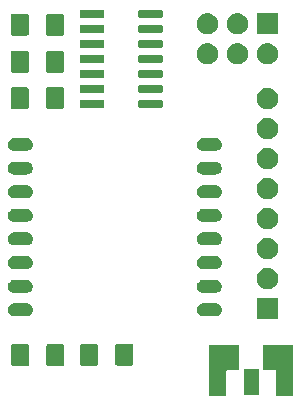
<source format=gbr>
G04 #@! TF.GenerationSoftware,KiCad,Pcbnew,5.1.6*
G04 #@! TF.CreationDate,2020-09-10T16:33:30+02:00*
G04 #@! TF.ProjectId,LORA_ATTINY84,4c4f5241-5f41-4545-9449-4e5938342e6b,rev?*
G04 #@! TF.SameCoordinates,Original*
G04 #@! TF.FileFunction,Soldermask,Top*
G04 #@! TF.FilePolarity,Negative*
%FSLAX46Y46*%
G04 Gerber Fmt 4.6, Leading zero omitted, Abs format (unit mm)*
G04 Created by KiCad (PCBNEW 5.1.6) date 2020-09-10 16:33:30*
%MOMM*%
%LPD*%
G01*
G04 APERTURE LIST*
%ADD10C,0.100000*%
G04 APERTURE END LIST*
D10*
G36*
X91596599Y-75243337D02*
G01*
X91606208Y-75246252D01*
X91615072Y-75250990D01*
X91622837Y-75257363D01*
X91629210Y-75265128D01*
X91633948Y-75273992D01*
X91636863Y-75283601D01*
X91638452Y-75299740D01*
X91638452Y-79487460D01*
X91636863Y-79503599D01*
X91633948Y-79513208D01*
X91629210Y-79522072D01*
X91622837Y-79529837D01*
X91615072Y-79536210D01*
X91606208Y-79540948D01*
X91596599Y-79543863D01*
X91580460Y-79545452D01*
X90242740Y-79545452D01*
X90226601Y-79543863D01*
X90216992Y-79540948D01*
X90208128Y-79536210D01*
X90200363Y-79529837D01*
X90193990Y-79522072D01*
X90189252Y-79513208D01*
X90186337Y-79503599D01*
X90184748Y-79487460D01*
X90184748Y-77470451D01*
X90182346Y-77446065D01*
X90175233Y-77422616D01*
X90163682Y-77401005D01*
X90148137Y-77382063D01*
X90129195Y-77366518D01*
X90107584Y-77354967D01*
X90084135Y-77347854D01*
X90059749Y-77345452D01*
X89142740Y-77345452D01*
X89126601Y-77343863D01*
X89116992Y-77340948D01*
X89108128Y-77336210D01*
X89100363Y-77329837D01*
X89093990Y-77322072D01*
X89089252Y-77313208D01*
X89086337Y-77303599D01*
X89084748Y-77287460D01*
X89084748Y-75299740D01*
X89086337Y-75283601D01*
X89089252Y-75273992D01*
X89093990Y-75265128D01*
X89100363Y-75257363D01*
X89108128Y-75250990D01*
X89116992Y-75246252D01*
X89126601Y-75243337D01*
X89142740Y-75241748D01*
X91580460Y-75241748D01*
X91596599Y-75243337D01*
G37*
G36*
X87044919Y-75243337D02*
G01*
X87054528Y-75246252D01*
X87063392Y-75250990D01*
X87071157Y-75257363D01*
X87077530Y-75265128D01*
X87082268Y-75273992D01*
X87085183Y-75283601D01*
X87086772Y-75299740D01*
X87086772Y-77287460D01*
X87085183Y-77303599D01*
X87082268Y-77313208D01*
X87077530Y-77322072D01*
X87071157Y-77329837D01*
X87063392Y-77336210D01*
X87054528Y-77340948D01*
X87044919Y-77343863D01*
X87028780Y-77345452D01*
X86111771Y-77345452D01*
X86087385Y-77347854D01*
X86063936Y-77354967D01*
X86042325Y-77366518D01*
X86023383Y-77382063D01*
X86007838Y-77401005D01*
X85996287Y-77422616D01*
X85989174Y-77446065D01*
X85986772Y-77470451D01*
X85986772Y-79487460D01*
X85985183Y-79503599D01*
X85982268Y-79513208D01*
X85977530Y-79522072D01*
X85971157Y-79529837D01*
X85963392Y-79536210D01*
X85954528Y-79540948D01*
X85944919Y-79543863D01*
X85928780Y-79545452D01*
X84591060Y-79545452D01*
X84574921Y-79543863D01*
X84565312Y-79540948D01*
X84556448Y-79536210D01*
X84548683Y-79529837D01*
X84542310Y-79522072D01*
X84537572Y-79513208D01*
X84534657Y-79503599D01*
X84533068Y-79487460D01*
X84533068Y-75299740D01*
X84534657Y-75283601D01*
X84537572Y-75273992D01*
X84542310Y-75265128D01*
X84548683Y-75257363D01*
X84556448Y-75250990D01*
X84565312Y-75246252D01*
X84574921Y-75243337D01*
X84591060Y-75241748D01*
X87028780Y-75241748D01*
X87044919Y-75243337D01*
G37*
G36*
X88738200Y-79485400D02*
G01*
X87436200Y-79485400D01*
X87436200Y-77283400D01*
X88738200Y-77283400D01*
X88738200Y-79485400D01*
G37*
G36*
X69142262Y-75176581D02*
G01*
X69177181Y-75187174D01*
X69209363Y-75204376D01*
X69237573Y-75227527D01*
X69260724Y-75255737D01*
X69277926Y-75287919D01*
X69288519Y-75322838D01*
X69292700Y-75365295D01*
X69292700Y-76831505D01*
X69288519Y-76873962D01*
X69277926Y-76908881D01*
X69260724Y-76941063D01*
X69237573Y-76969273D01*
X69209363Y-76992424D01*
X69177181Y-77009626D01*
X69142262Y-77020219D01*
X69099805Y-77024400D01*
X67958595Y-77024400D01*
X67916138Y-77020219D01*
X67881219Y-77009626D01*
X67849037Y-76992424D01*
X67820827Y-76969273D01*
X67797676Y-76941063D01*
X67780474Y-76908881D01*
X67769881Y-76873962D01*
X67765700Y-76831505D01*
X67765700Y-75365295D01*
X67769881Y-75322838D01*
X67780474Y-75287919D01*
X67797676Y-75255737D01*
X67820827Y-75227527D01*
X67849037Y-75204376D01*
X67881219Y-75187174D01*
X67916138Y-75176581D01*
X67958595Y-75172400D01*
X69099805Y-75172400D01*
X69142262Y-75176581D01*
G37*
G36*
X72117262Y-75176581D02*
G01*
X72152181Y-75187174D01*
X72184363Y-75204376D01*
X72212573Y-75227527D01*
X72235724Y-75255737D01*
X72252926Y-75287919D01*
X72263519Y-75322838D01*
X72267700Y-75365295D01*
X72267700Y-76831505D01*
X72263519Y-76873962D01*
X72252926Y-76908881D01*
X72235724Y-76941063D01*
X72212573Y-76969273D01*
X72184363Y-76992424D01*
X72152181Y-77009626D01*
X72117262Y-77020219D01*
X72074805Y-77024400D01*
X70933595Y-77024400D01*
X70891138Y-77020219D01*
X70856219Y-77009626D01*
X70824037Y-76992424D01*
X70795827Y-76969273D01*
X70772676Y-76941063D01*
X70755474Y-76908881D01*
X70744881Y-76873962D01*
X70740700Y-76831505D01*
X70740700Y-75365295D01*
X70744881Y-75322838D01*
X70755474Y-75287919D01*
X70772676Y-75255737D01*
X70795827Y-75227527D01*
X70824037Y-75204376D01*
X70856219Y-75187174D01*
X70891138Y-75176581D01*
X70933595Y-75172400D01*
X72074805Y-75172400D01*
X72117262Y-75176581D01*
G37*
G36*
X74969962Y-75151181D02*
G01*
X75004881Y-75161774D01*
X75037063Y-75178976D01*
X75065273Y-75202127D01*
X75088424Y-75230337D01*
X75105626Y-75262519D01*
X75116219Y-75297438D01*
X75120400Y-75339895D01*
X75120400Y-76806105D01*
X75116219Y-76848562D01*
X75105626Y-76883481D01*
X75088424Y-76915663D01*
X75065273Y-76943873D01*
X75037063Y-76967024D01*
X75004881Y-76984226D01*
X74969962Y-76994819D01*
X74927505Y-76999000D01*
X73786295Y-76999000D01*
X73743838Y-76994819D01*
X73708919Y-76984226D01*
X73676737Y-76967024D01*
X73648527Y-76943873D01*
X73625376Y-76915663D01*
X73608174Y-76883481D01*
X73597581Y-76848562D01*
X73593400Y-76806105D01*
X73593400Y-75339895D01*
X73597581Y-75297438D01*
X73608174Y-75262519D01*
X73625376Y-75230337D01*
X73648527Y-75202127D01*
X73676737Y-75178976D01*
X73708919Y-75161774D01*
X73743838Y-75151181D01*
X73786295Y-75147000D01*
X74927505Y-75147000D01*
X74969962Y-75151181D01*
G37*
G36*
X77944962Y-75151181D02*
G01*
X77979881Y-75161774D01*
X78012063Y-75178976D01*
X78040273Y-75202127D01*
X78063424Y-75230337D01*
X78080626Y-75262519D01*
X78091219Y-75297438D01*
X78095400Y-75339895D01*
X78095400Y-76806105D01*
X78091219Y-76848562D01*
X78080626Y-76883481D01*
X78063424Y-76915663D01*
X78040273Y-76943873D01*
X78012063Y-76967024D01*
X77979881Y-76984226D01*
X77944962Y-76994819D01*
X77902505Y-76999000D01*
X76761295Y-76999000D01*
X76718838Y-76994819D01*
X76683919Y-76984226D01*
X76651737Y-76967024D01*
X76623527Y-76943873D01*
X76600376Y-76915663D01*
X76583174Y-76883481D01*
X76572581Y-76848562D01*
X76568400Y-76806105D01*
X76568400Y-75339895D01*
X76572581Y-75297438D01*
X76583174Y-75262519D01*
X76600376Y-75230337D01*
X76623527Y-75202127D01*
X76651737Y-75178976D01*
X76683919Y-75161774D01*
X76718838Y-75151181D01*
X76761295Y-75147000D01*
X77902505Y-75147000D01*
X77944962Y-75151181D01*
G37*
G36*
X90359800Y-73062400D02*
G01*
X88557800Y-73062400D01*
X88557800Y-71260400D01*
X90359800Y-71260400D01*
X90359800Y-73062400D01*
G37*
G36*
X69137215Y-71724573D02*
G01*
X69241079Y-71756079D01*
X69268255Y-71770605D01*
X69336800Y-71807243D01*
X69420701Y-71876099D01*
X69489557Y-71960000D01*
X69526195Y-72028545D01*
X69540721Y-72055721D01*
X69572227Y-72159585D01*
X69582866Y-72267600D01*
X69572227Y-72375615D01*
X69540721Y-72479479D01*
X69540719Y-72479482D01*
X69489557Y-72575200D01*
X69420701Y-72659101D01*
X69336800Y-72727957D01*
X69268255Y-72764595D01*
X69241079Y-72779121D01*
X69137215Y-72810627D01*
X69056267Y-72818600D01*
X68002133Y-72818600D01*
X67921185Y-72810627D01*
X67817321Y-72779121D01*
X67790145Y-72764595D01*
X67721600Y-72727957D01*
X67637699Y-72659101D01*
X67568843Y-72575200D01*
X67517681Y-72479482D01*
X67517679Y-72479479D01*
X67486173Y-72375615D01*
X67475534Y-72267600D01*
X67486173Y-72159585D01*
X67517679Y-72055721D01*
X67532205Y-72028545D01*
X67568843Y-71960000D01*
X67637699Y-71876099D01*
X67721600Y-71807243D01*
X67790145Y-71770605D01*
X67817321Y-71756079D01*
X67921185Y-71724573D01*
X68002133Y-71716600D01*
X69056267Y-71716600D01*
X69137215Y-71724573D01*
G37*
G36*
X85137215Y-71724573D02*
G01*
X85241079Y-71756079D01*
X85268255Y-71770605D01*
X85336800Y-71807243D01*
X85420701Y-71876099D01*
X85489557Y-71960000D01*
X85526195Y-72028545D01*
X85540721Y-72055721D01*
X85572227Y-72159585D01*
X85582866Y-72267600D01*
X85572227Y-72375615D01*
X85540721Y-72479479D01*
X85540719Y-72479482D01*
X85489557Y-72575200D01*
X85420701Y-72659101D01*
X85336800Y-72727957D01*
X85268255Y-72764595D01*
X85241079Y-72779121D01*
X85137215Y-72810627D01*
X85056267Y-72818600D01*
X84002133Y-72818600D01*
X83921185Y-72810627D01*
X83817321Y-72779121D01*
X83790145Y-72764595D01*
X83721600Y-72727957D01*
X83637699Y-72659101D01*
X83568843Y-72575200D01*
X83517681Y-72479482D01*
X83517679Y-72479479D01*
X83486173Y-72375615D01*
X83475534Y-72267600D01*
X83486173Y-72159585D01*
X83517679Y-72055721D01*
X83532205Y-72028545D01*
X83568843Y-71960000D01*
X83637699Y-71876099D01*
X83721600Y-71807243D01*
X83790145Y-71770605D01*
X83817321Y-71756079D01*
X83921185Y-71724573D01*
X84002133Y-71716600D01*
X85056267Y-71716600D01*
X85137215Y-71724573D01*
G37*
G36*
X69137215Y-69724573D02*
G01*
X69241079Y-69756079D01*
X69268255Y-69770605D01*
X69336800Y-69807243D01*
X69420701Y-69876099D01*
X69489557Y-69960000D01*
X69526195Y-70028545D01*
X69540721Y-70055721D01*
X69572227Y-70159585D01*
X69582866Y-70267600D01*
X69572227Y-70375615D01*
X69540721Y-70479479D01*
X69536286Y-70487776D01*
X69489557Y-70575200D01*
X69420701Y-70659101D01*
X69336800Y-70727957D01*
X69268255Y-70764595D01*
X69241079Y-70779121D01*
X69137215Y-70810627D01*
X69056267Y-70818600D01*
X68002133Y-70818600D01*
X67921185Y-70810627D01*
X67817321Y-70779121D01*
X67790145Y-70764595D01*
X67721600Y-70727957D01*
X67637699Y-70659101D01*
X67568843Y-70575200D01*
X67522114Y-70487776D01*
X67517679Y-70479479D01*
X67486173Y-70375615D01*
X67475534Y-70267600D01*
X67486173Y-70159585D01*
X67517679Y-70055721D01*
X67532205Y-70028545D01*
X67568843Y-69960000D01*
X67637699Y-69876099D01*
X67721600Y-69807243D01*
X67790145Y-69770605D01*
X67817321Y-69756079D01*
X67921185Y-69724573D01*
X68002133Y-69716600D01*
X69056267Y-69716600D01*
X69137215Y-69724573D01*
G37*
G36*
X85137215Y-69724573D02*
G01*
X85241079Y-69756079D01*
X85268255Y-69770605D01*
X85336800Y-69807243D01*
X85420701Y-69876099D01*
X85489557Y-69960000D01*
X85526195Y-70028545D01*
X85540721Y-70055721D01*
X85572227Y-70159585D01*
X85582866Y-70267600D01*
X85572227Y-70375615D01*
X85540721Y-70479479D01*
X85536286Y-70487776D01*
X85489557Y-70575200D01*
X85420701Y-70659101D01*
X85336800Y-70727957D01*
X85268255Y-70764595D01*
X85241079Y-70779121D01*
X85137215Y-70810627D01*
X85056267Y-70818600D01*
X84002133Y-70818600D01*
X83921185Y-70810627D01*
X83817321Y-70779121D01*
X83790145Y-70764595D01*
X83721600Y-70727957D01*
X83637699Y-70659101D01*
X83568843Y-70575200D01*
X83522114Y-70487776D01*
X83517679Y-70479479D01*
X83486173Y-70375615D01*
X83475534Y-70267600D01*
X83486173Y-70159585D01*
X83517679Y-70055721D01*
X83532205Y-70028545D01*
X83568843Y-69960000D01*
X83637699Y-69876099D01*
X83721600Y-69807243D01*
X83790145Y-69770605D01*
X83817321Y-69756079D01*
X83921185Y-69724573D01*
X84002133Y-69716600D01*
X85056267Y-69716600D01*
X85137215Y-69724573D01*
G37*
G36*
X89572312Y-68725327D02*
G01*
X89721612Y-68755024D01*
X89885584Y-68822944D01*
X90033154Y-68921547D01*
X90158653Y-69047046D01*
X90257256Y-69194616D01*
X90325176Y-69358588D01*
X90359800Y-69532659D01*
X90359800Y-69710141D01*
X90325176Y-69884212D01*
X90257256Y-70048184D01*
X90158653Y-70195754D01*
X90033154Y-70321253D01*
X89885584Y-70419856D01*
X89721612Y-70487776D01*
X89572312Y-70517473D01*
X89547542Y-70522400D01*
X89370058Y-70522400D01*
X89345288Y-70517473D01*
X89195988Y-70487776D01*
X89032016Y-70419856D01*
X88884446Y-70321253D01*
X88758947Y-70195754D01*
X88660344Y-70048184D01*
X88592424Y-69884212D01*
X88557800Y-69710141D01*
X88557800Y-69532659D01*
X88592424Y-69358588D01*
X88660344Y-69194616D01*
X88758947Y-69047046D01*
X88884446Y-68921547D01*
X89032016Y-68822944D01*
X89195988Y-68755024D01*
X89345288Y-68725327D01*
X89370058Y-68720400D01*
X89547542Y-68720400D01*
X89572312Y-68725327D01*
G37*
G36*
X69137215Y-67724573D02*
G01*
X69241079Y-67756079D01*
X69268255Y-67770605D01*
X69336800Y-67807243D01*
X69420701Y-67876099D01*
X69489557Y-67960000D01*
X69526195Y-68028545D01*
X69540721Y-68055721D01*
X69572227Y-68159585D01*
X69582866Y-68267600D01*
X69572227Y-68375615D01*
X69540721Y-68479479D01*
X69540719Y-68479482D01*
X69489557Y-68575200D01*
X69420701Y-68659101D01*
X69336800Y-68727957D01*
X69286159Y-68755025D01*
X69241079Y-68779121D01*
X69137215Y-68810627D01*
X69056267Y-68818600D01*
X68002133Y-68818600D01*
X67921185Y-68810627D01*
X67817321Y-68779121D01*
X67772241Y-68755025D01*
X67721600Y-68727957D01*
X67637699Y-68659101D01*
X67568843Y-68575200D01*
X67517681Y-68479482D01*
X67517679Y-68479479D01*
X67486173Y-68375615D01*
X67475534Y-68267600D01*
X67486173Y-68159585D01*
X67517679Y-68055721D01*
X67532205Y-68028545D01*
X67568843Y-67960000D01*
X67637699Y-67876099D01*
X67721600Y-67807243D01*
X67790145Y-67770605D01*
X67817321Y-67756079D01*
X67921185Y-67724573D01*
X68002133Y-67716600D01*
X69056267Y-67716600D01*
X69137215Y-67724573D01*
G37*
G36*
X85137215Y-67724573D02*
G01*
X85241079Y-67756079D01*
X85268255Y-67770605D01*
X85336800Y-67807243D01*
X85420701Y-67876099D01*
X85489557Y-67960000D01*
X85526195Y-68028545D01*
X85540721Y-68055721D01*
X85572227Y-68159585D01*
X85582866Y-68267600D01*
X85572227Y-68375615D01*
X85540721Y-68479479D01*
X85540719Y-68479482D01*
X85489557Y-68575200D01*
X85420701Y-68659101D01*
X85336800Y-68727957D01*
X85286159Y-68755025D01*
X85241079Y-68779121D01*
X85137215Y-68810627D01*
X85056267Y-68818600D01*
X84002133Y-68818600D01*
X83921185Y-68810627D01*
X83817321Y-68779121D01*
X83772241Y-68755025D01*
X83721600Y-68727957D01*
X83637699Y-68659101D01*
X83568843Y-68575200D01*
X83517681Y-68479482D01*
X83517679Y-68479479D01*
X83486173Y-68375615D01*
X83475534Y-68267600D01*
X83486173Y-68159585D01*
X83517679Y-68055721D01*
X83532205Y-68028545D01*
X83568843Y-67960000D01*
X83637699Y-67876099D01*
X83721600Y-67807243D01*
X83790145Y-67770605D01*
X83817321Y-67756079D01*
X83921185Y-67724573D01*
X84002133Y-67716600D01*
X85056267Y-67716600D01*
X85137215Y-67724573D01*
G37*
G36*
X89572312Y-66185327D02*
G01*
X89721612Y-66215024D01*
X89885584Y-66282944D01*
X90033154Y-66381547D01*
X90158653Y-66507046D01*
X90257256Y-66654616D01*
X90325176Y-66818588D01*
X90359800Y-66992659D01*
X90359800Y-67170141D01*
X90325176Y-67344212D01*
X90257256Y-67508184D01*
X90158653Y-67655754D01*
X90033154Y-67781253D01*
X89885584Y-67879856D01*
X89721612Y-67947776D01*
X89572312Y-67977473D01*
X89547542Y-67982400D01*
X89370058Y-67982400D01*
X89345288Y-67977473D01*
X89195988Y-67947776D01*
X89032016Y-67879856D01*
X88884446Y-67781253D01*
X88758947Y-67655754D01*
X88660344Y-67508184D01*
X88592424Y-67344212D01*
X88557800Y-67170141D01*
X88557800Y-66992659D01*
X88592424Y-66818588D01*
X88660344Y-66654616D01*
X88758947Y-66507046D01*
X88884446Y-66381547D01*
X89032016Y-66282944D01*
X89195988Y-66215024D01*
X89345288Y-66185327D01*
X89370058Y-66180400D01*
X89547542Y-66180400D01*
X89572312Y-66185327D01*
G37*
G36*
X85137215Y-65724573D02*
G01*
X85241079Y-65756079D01*
X85268255Y-65770605D01*
X85336800Y-65807243D01*
X85420701Y-65876099D01*
X85489557Y-65960000D01*
X85526195Y-66028545D01*
X85540721Y-66055721D01*
X85572227Y-66159585D01*
X85582866Y-66267600D01*
X85572227Y-66375615D01*
X85540721Y-66479479D01*
X85540719Y-66479482D01*
X85489557Y-66575200D01*
X85420701Y-66659101D01*
X85336800Y-66727957D01*
X85268255Y-66764595D01*
X85241079Y-66779121D01*
X85137215Y-66810627D01*
X85056267Y-66818600D01*
X84002133Y-66818600D01*
X83921185Y-66810627D01*
X83817321Y-66779121D01*
X83790145Y-66764595D01*
X83721600Y-66727957D01*
X83637699Y-66659101D01*
X83568843Y-66575200D01*
X83517681Y-66479482D01*
X83517679Y-66479479D01*
X83486173Y-66375615D01*
X83475534Y-66267600D01*
X83486173Y-66159585D01*
X83517679Y-66055721D01*
X83532205Y-66028545D01*
X83568843Y-65960000D01*
X83637699Y-65876099D01*
X83721600Y-65807243D01*
X83790145Y-65770605D01*
X83817321Y-65756079D01*
X83921185Y-65724573D01*
X84002133Y-65716600D01*
X85056267Y-65716600D01*
X85137215Y-65724573D01*
G37*
G36*
X69137215Y-65724573D02*
G01*
X69241079Y-65756079D01*
X69268255Y-65770605D01*
X69336800Y-65807243D01*
X69420701Y-65876099D01*
X69489557Y-65960000D01*
X69526195Y-66028545D01*
X69540721Y-66055721D01*
X69572227Y-66159585D01*
X69582866Y-66267600D01*
X69572227Y-66375615D01*
X69540721Y-66479479D01*
X69540719Y-66479482D01*
X69489557Y-66575200D01*
X69420701Y-66659101D01*
X69336800Y-66727957D01*
X69268255Y-66764595D01*
X69241079Y-66779121D01*
X69137215Y-66810627D01*
X69056267Y-66818600D01*
X68002133Y-66818600D01*
X67921185Y-66810627D01*
X67817321Y-66779121D01*
X67790145Y-66764595D01*
X67721600Y-66727957D01*
X67637699Y-66659101D01*
X67568843Y-66575200D01*
X67517681Y-66479482D01*
X67517679Y-66479479D01*
X67486173Y-66375615D01*
X67475534Y-66267600D01*
X67486173Y-66159585D01*
X67517679Y-66055721D01*
X67532205Y-66028545D01*
X67568843Y-65960000D01*
X67637699Y-65876099D01*
X67721600Y-65807243D01*
X67790145Y-65770605D01*
X67817321Y-65756079D01*
X67921185Y-65724573D01*
X68002133Y-65716600D01*
X69056267Y-65716600D01*
X69137215Y-65724573D01*
G37*
G36*
X89572312Y-63645327D02*
G01*
X89721612Y-63675024D01*
X89885584Y-63742944D01*
X90033154Y-63841547D01*
X90158653Y-63967046D01*
X90257256Y-64114616D01*
X90325176Y-64278588D01*
X90359800Y-64452659D01*
X90359800Y-64630141D01*
X90325176Y-64804212D01*
X90257256Y-64968184D01*
X90158653Y-65115754D01*
X90033154Y-65241253D01*
X89885584Y-65339856D01*
X89721612Y-65407776D01*
X89572312Y-65437473D01*
X89547542Y-65442400D01*
X89370058Y-65442400D01*
X89345288Y-65437473D01*
X89195988Y-65407776D01*
X89032016Y-65339856D01*
X88884446Y-65241253D01*
X88758947Y-65115754D01*
X88660344Y-64968184D01*
X88592424Y-64804212D01*
X88557800Y-64630141D01*
X88557800Y-64452659D01*
X88592424Y-64278588D01*
X88660344Y-64114616D01*
X88758947Y-63967046D01*
X88884446Y-63841547D01*
X89032016Y-63742944D01*
X89195988Y-63675024D01*
X89345288Y-63645327D01*
X89370058Y-63640400D01*
X89547542Y-63640400D01*
X89572312Y-63645327D01*
G37*
G36*
X69137215Y-63724573D02*
G01*
X69241079Y-63756079D01*
X69268255Y-63770605D01*
X69336800Y-63807243D01*
X69420701Y-63876099D01*
X69489557Y-63960000D01*
X69526195Y-64028545D01*
X69540721Y-64055721D01*
X69572227Y-64159585D01*
X69582866Y-64267600D01*
X69572227Y-64375615D01*
X69540721Y-64479479D01*
X69540719Y-64479482D01*
X69489557Y-64575200D01*
X69420701Y-64659101D01*
X69336800Y-64727957D01*
X69268255Y-64764595D01*
X69241079Y-64779121D01*
X69137215Y-64810627D01*
X69056267Y-64818600D01*
X68002133Y-64818600D01*
X67921185Y-64810627D01*
X67817321Y-64779121D01*
X67790145Y-64764595D01*
X67721600Y-64727957D01*
X67637699Y-64659101D01*
X67568843Y-64575200D01*
X67517681Y-64479482D01*
X67517679Y-64479479D01*
X67486173Y-64375615D01*
X67475534Y-64267600D01*
X67486173Y-64159585D01*
X67517679Y-64055721D01*
X67532205Y-64028545D01*
X67568843Y-63960000D01*
X67637699Y-63876099D01*
X67721600Y-63807243D01*
X67790145Y-63770605D01*
X67817321Y-63756079D01*
X67921185Y-63724573D01*
X68002133Y-63716600D01*
X69056267Y-63716600D01*
X69137215Y-63724573D01*
G37*
G36*
X85137215Y-63724573D02*
G01*
X85241079Y-63756079D01*
X85268255Y-63770605D01*
X85336800Y-63807243D01*
X85420701Y-63876099D01*
X85489557Y-63960000D01*
X85526195Y-64028545D01*
X85540721Y-64055721D01*
X85572227Y-64159585D01*
X85582866Y-64267600D01*
X85572227Y-64375615D01*
X85540721Y-64479479D01*
X85540719Y-64479482D01*
X85489557Y-64575200D01*
X85420701Y-64659101D01*
X85336800Y-64727957D01*
X85268255Y-64764595D01*
X85241079Y-64779121D01*
X85137215Y-64810627D01*
X85056267Y-64818600D01*
X84002133Y-64818600D01*
X83921185Y-64810627D01*
X83817321Y-64779121D01*
X83790145Y-64764595D01*
X83721600Y-64727957D01*
X83637699Y-64659101D01*
X83568843Y-64575200D01*
X83517681Y-64479482D01*
X83517679Y-64479479D01*
X83486173Y-64375615D01*
X83475534Y-64267600D01*
X83486173Y-64159585D01*
X83517679Y-64055721D01*
X83532205Y-64028545D01*
X83568843Y-63960000D01*
X83637699Y-63876099D01*
X83721600Y-63807243D01*
X83790145Y-63770605D01*
X83817321Y-63756079D01*
X83921185Y-63724573D01*
X84002133Y-63716600D01*
X85056267Y-63716600D01*
X85137215Y-63724573D01*
G37*
G36*
X89572312Y-61105327D02*
G01*
X89721612Y-61135024D01*
X89885584Y-61202944D01*
X90033154Y-61301547D01*
X90158653Y-61427046D01*
X90257256Y-61574616D01*
X90325176Y-61738588D01*
X90359800Y-61912659D01*
X90359800Y-62090141D01*
X90325176Y-62264212D01*
X90257256Y-62428184D01*
X90158653Y-62575754D01*
X90033154Y-62701253D01*
X89885584Y-62799856D01*
X89721612Y-62867776D01*
X89572312Y-62897473D01*
X89547542Y-62902400D01*
X89370058Y-62902400D01*
X89345288Y-62897473D01*
X89195988Y-62867776D01*
X89032016Y-62799856D01*
X88884446Y-62701253D01*
X88758947Y-62575754D01*
X88660344Y-62428184D01*
X88592424Y-62264212D01*
X88557800Y-62090141D01*
X88557800Y-61912659D01*
X88592424Y-61738588D01*
X88660344Y-61574616D01*
X88758947Y-61427046D01*
X88884446Y-61301547D01*
X89032016Y-61202944D01*
X89195988Y-61135024D01*
X89345288Y-61105327D01*
X89370058Y-61100400D01*
X89547542Y-61100400D01*
X89572312Y-61105327D01*
G37*
G36*
X69137215Y-61724573D02*
G01*
X69241079Y-61756079D01*
X69268255Y-61770605D01*
X69336800Y-61807243D01*
X69420701Y-61876099D01*
X69489557Y-61960000D01*
X69526195Y-62028545D01*
X69540721Y-62055721D01*
X69572227Y-62159585D01*
X69582866Y-62267600D01*
X69572227Y-62375615D01*
X69540721Y-62479479D01*
X69540719Y-62479482D01*
X69489557Y-62575200D01*
X69420701Y-62659101D01*
X69336800Y-62727957D01*
X69268255Y-62764595D01*
X69241079Y-62779121D01*
X69137215Y-62810627D01*
X69056267Y-62818600D01*
X68002133Y-62818600D01*
X67921185Y-62810627D01*
X67817321Y-62779121D01*
X67790145Y-62764595D01*
X67721600Y-62727957D01*
X67637699Y-62659101D01*
X67568843Y-62575200D01*
X67517681Y-62479482D01*
X67517679Y-62479479D01*
X67486173Y-62375615D01*
X67475534Y-62267600D01*
X67486173Y-62159585D01*
X67517679Y-62055721D01*
X67532205Y-62028545D01*
X67568843Y-61960000D01*
X67637699Y-61876099D01*
X67721600Y-61807243D01*
X67790145Y-61770605D01*
X67817321Y-61756079D01*
X67921185Y-61724573D01*
X68002133Y-61716600D01*
X69056267Y-61716600D01*
X69137215Y-61724573D01*
G37*
G36*
X85137215Y-61724573D02*
G01*
X85241079Y-61756079D01*
X85268255Y-61770605D01*
X85336800Y-61807243D01*
X85420701Y-61876099D01*
X85489557Y-61960000D01*
X85526195Y-62028545D01*
X85540721Y-62055721D01*
X85572227Y-62159585D01*
X85582866Y-62267600D01*
X85572227Y-62375615D01*
X85540721Y-62479479D01*
X85540719Y-62479482D01*
X85489557Y-62575200D01*
X85420701Y-62659101D01*
X85336800Y-62727957D01*
X85268255Y-62764595D01*
X85241079Y-62779121D01*
X85137215Y-62810627D01*
X85056267Y-62818600D01*
X84002133Y-62818600D01*
X83921185Y-62810627D01*
X83817321Y-62779121D01*
X83790145Y-62764595D01*
X83721600Y-62727957D01*
X83637699Y-62659101D01*
X83568843Y-62575200D01*
X83517681Y-62479482D01*
X83517679Y-62479479D01*
X83486173Y-62375615D01*
X83475534Y-62267600D01*
X83486173Y-62159585D01*
X83517679Y-62055721D01*
X83532205Y-62028545D01*
X83568843Y-61960000D01*
X83637699Y-61876099D01*
X83721600Y-61807243D01*
X83790145Y-61770605D01*
X83817321Y-61756079D01*
X83921185Y-61724573D01*
X84002133Y-61716600D01*
X85056267Y-61716600D01*
X85137215Y-61724573D01*
G37*
G36*
X85137215Y-59724573D02*
G01*
X85241079Y-59756079D01*
X85268255Y-59770605D01*
X85336800Y-59807243D01*
X85420701Y-59876099D01*
X85489557Y-59960000D01*
X85526195Y-60028545D01*
X85540721Y-60055721D01*
X85572227Y-60159585D01*
X85582866Y-60267600D01*
X85572227Y-60375615D01*
X85540721Y-60479479D01*
X85540719Y-60479482D01*
X85489557Y-60575200D01*
X85420701Y-60659101D01*
X85336800Y-60727957D01*
X85268255Y-60764595D01*
X85241079Y-60779121D01*
X85137215Y-60810627D01*
X85056267Y-60818600D01*
X84002133Y-60818600D01*
X83921185Y-60810627D01*
X83817321Y-60779121D01*
X83790145Y-60764595D01*
X83721600Y-60727957D01*
X83637699Y-60659101D01*
X83568843Y-60575200D01*
X83517681Y-60479482D01*
X83517679Y-60479479D01*
X83486173Y-60375615D01*
X83475534Y-60267600D01*
X83486173Y-60159585D01*
X83517679Y-60055721D01*
X83532205Y-60028545D01*
X83568843Y-59960000D01*
X83637699Y-59876099D01*
X83721600Y-59807243D01*
X83790145Y-59770605D01*
X83817321Y-59756079D01*
X83921185Y-59724573D01*
X84002133Y-59716600D01*
X85056267Y-59716600D01*
X85137215Y-59724573D01*
G37*
G36*
X69137215Y-59724573D02*
G01*
X69241079Y-59756079D01*
X69268255Y-59770605D01*
X69336800Y-59807243D01*
X69420701Y-59876099D01*
X69489557Y-59960000D01*
X69526195Y-60028545D01*
X69540721Y-60055721D01*
X69572227Y-60159585D01*
X69582866Y-60267600D01*
X69572227Y-60375615D01*
X69540721Y-60479479D01*
X69540719Y-60479482D01*
X69489557Y-60575200D01*
X69420701Y-60659101D01*
X69336800Y-60727957D01*
X69268255Y-60764595D01*
X69241079Y-60779121D01*
X69137215Y-60810627D01*
X69056267Y-60818600D01*
X68002133Y-60818600D01*
X67921185Y-60810627D01*
X67817321Y-60779121D01*
X67790145Y-60764595D01*
X67721600Y-60727957D01*
X67637699Y-60659101D01*
X67568843Y-60575200D01*
X67517681Y-60479482D01*
X67517679Y-60479479D01*
X67486173Y-60375615D01*
X67475534Y-60267600D01*
X67486173Y-60159585D01*
X67517679Y-60055721D01*
X67532205Y-60028545D01*
X67568843Y-59960000D01*
X67637699Y-59876099D01*
X67721600Y-59807243D01*
X67790145Y-59770605D01*
X67817321Y-59756079D01*
X67921185Y-59724573D01*
X68002133Y-59716600D01*
X69056267Y-59716600D01*
X69137215Y-59724573D01*
G37*
G36*
X89572312Y-58565327D02*
G01*
X89721612Y-58595024D01*
X89885584Y-58662944D01*
X90033154Y-58761547D01*
X90158653Y-58887046D01*
X90257256Y-59034616D01*
X90325176Y-59198588D01*
X90359800Y-59372659D01*
X90359800Y-59550141D01*
X90325176Y-59724212D01*
X90257256Y-59888184D01*
X90158653Y-60035754D01*
X90033154Y-60161253D01*
X89885584Y-60259856D01*
X89721612Y-60327776D01*
X89572312Y-60357473D01*
X89547542Y-60362400D01*
X89370058Y-60362400D01*
X89345288Y-60357473D01*
X89195988Y-60327776D01*
X89032016Y-60259856D01*
X88884446Y-60161253D01*
X88758947Y-60035754D01*
X88660344Y-59888184D01*
X88592424Y-59724212D01*
X88557800Y-59550141D01*
X88557800Y-59372659D01*
X88592424Y-59198588D01*
X88660344Y-59034616D01*
X88758947Y-58887046D01*
X88884446Y-58761547D01*
X89032016Y-58662944D01*
X89195988Y-58595024D01*
X89345288Y-58565327D01*
X89370058Y-58560400D01*
X89547542Y-58560400D01*
X89572312Y-58565327D01*
G37*
G36*
X69137215Y-57724573D02*
G01*
X69241079Y-57756079D01*
X69268255Y-57770605D01*
X69336800Y-57807243D01*
X69420701Y-57876099D01*
X69489557Y-57960000D01*
X69526195Y-58028545D01*
X69540721Y-58055721D01*
X69572227Y-58159585D01*
X69582866Y-58267600D01*
X69572227Y-58375615D01*
X69540721Y-58479479D01*
X69540719Y-58479482D01*
X69489557Y-58575200D01*
X69420701Y-58659101D01*
X69336800Y-58727957D01*
X69273957Y-58761547D01*
X69241079Y-58779121D01*
X69137215Y-58810627D01*
X69056267Y-58818600D01*
X68002133Y-58818600D01*
X67921185Y-58810627D01*
X67817321Y-58779121D01*
X67784443Y-58761547D01*
X67721600Y-58727957D01*
X67637699Y-58659101D01*
X67568843Y-58575200D01*
X67517681Y-58479482D01*
X67517679Y-58479479D01*
X67486173Y-58375615D01*
X67475534Y-58267600D01*
X67486173Y-58159585D01*
X67517679Y-58055721D01*
X67532205Y-58028545D01*
X67568843Y-57960000D01*
X67637699Y-57876099D01*
X67721600Y-57807243D01*
X67790145Y-57770605D01*
X67817321Y-57756079D01*
X67921185Y-57724573D01*
X68002133Y-57716600D01*
X69056267Y-57716600D01*
X69137215Y-57724573D01*
G37*
G36*
X85137215Y-57724573D02*
G01*
X85241079Y-57756079D01*
X85268255Y-57770605D01*
X85336800Y-57807243D01*
X85420701Y-57876099D01*
X85489557Y-57960000D01*
X85526195Y-58028545D01*
X85540721Y-58055721D01*
X85572227Y-58159585D01*
X85582866Y-58267600D01*
X85572227Y-58375615D01*
X85540721Y-58479479D01*
X85540719Y-58479482D01*
X85489557Y-58575200D01*
X85420701Y-58659101D01*
X85336800Y-58727957D01*
X85273957Y-58761547D01*
X85241079Y-58779121D01*
X85137215Y-58810627D01*
X85056267Y-58818600D01*
X84002133Y-58818600D01*
X83921185Y-58810627D01*
X83817321Y-58779121D01*
X83784443Y-58761547D01*
X83721600Y-58727957D01*
X83637699Y-58659101D01*
X83568843Y-58575200D01*
X83517681Y-58479482D01*
X83517679Y-58479479D01*
X83486173Y-58375615D01*
X83475534Y-58267600D01*
X83486173Y-58159585D01*
X83517679Y-58055721D01*
X83532205Y-58028545D01*
X83568843Y-57960000D01*
X83637699Y-57876099D01*
X83721600Y-57807243D01*
X83790145Y-57770605D01*
X83817321Y-57756079D01*
X83921185Y-57724573D01*
X84002133Y-57716600D01*
X85056267Y-57716600D01*
X85137215Y-57724573D01*
G37*
G36*
X89572312Y-56025327D02*
G01*
X89721612Y-56055024D01*
X89885584Y-56122944D01*
X90033154Y-56221547D01*
X90158653Y-56347046D01*
X90257256Y-56494616D01*
X90325176Y-56658588D01*
X90359800Y-56832659D01*
X90359800Y-57010141D01*
X90325176Y-57184212D01*
X90257256Y-57348184D01*
X90158653Y-57495754D01*
X90033154Y-57621253D01*
X89885584Y-57719856D01*
X89721612Y-57787776D01*
X89572312Y-57817473D01*
X89547542Y-57822400D01*
X89370058Y-57822400D01*
X89345288Y-57817473D01*
X89195988Y-57787776D01*
X89032016Y-57719856D01*
X88884446Y-57621253D01*
X88758947Y-57495754D01*
X88660344Y-57348184D01*
X88592424Y-57184212D01*
X88557800Y-57010141D01*
X88557800Y-56832659D01*
X88592424Y-56658588D01*
X88660344Y-56494616D01*
X88758947Y-56347046D01*
X88884446Y-56221547D01*
X89032016Y-56122944D01*
X89195988Y-56055024D01*
X89345288Y-56025327D01*
X89370058Y-56020400D01*
X89547542Y-56020400D01*
X89572312Y-56025327D01*
G37*
G36*
X89571306Y-53485127D02*
G01*
X89721612Y-53515024D01*
X89885584Y-53582944D01*
X90033154Y-53681547D01*
X90158653Y-53807046D01*
X90257256Y-53954616D01*
X90325176Y-54118588D01*
X90354873Y-54267888D01*
X90359800Y-54292658D01*
X90359800Y-54470142D01*
X90355657Y-54490972D01*
X90325176Y-54644212D01*
X90257256Y-54808184D01*
X90158653Y-54955754D01*
X90033154Y-55081253D01*
X89885584Y-55179856D01*
X89721612Y-55247776D01*
X89575433Y-55276852D01*
X89547542Y-55282400D01*
X89370058Y-55282400D01*
X89342167Y-55276852D01*
X89195988Y-55247776D01*
X89032016Y-55179856D01*
X88884446Y-55081253D01*
X88758947Y-54955754D01*
X88660344Y-54808184D01*
X88592424Y-54644212D01*
X88561943Y-54490972D01*
X88557800Y-54470142D01*
X88557800Y-54292658D01*
X88562727Y-54267888D01*
X88592424Y-54118588D01*
X88660344Y-53954616D01*
X88758947Y-53807046D01*
X88884446Y-53681547D01*
X89032016Y-53582944D01*
X89195988Y-53515024D01*
X89346294Y-53485127D01*
X89370058Y-53480400D01*
X89547542Y-53480400D01*
X89571306Y-53485127D01*
G37*
G36*
X72077562Y-53434181D02*
G01*
X72112481Y-53444774D01*
X72144663Y-53461976D01*
X72172873Y-53485127D01*
X72196024Y-53513337D01*
X72213226Y-53545519D01*
X72223819Y-53580438D01*
X72228000Y-53622895D01*
X72228000Y-55089105D01*
X72223819Y-55131562D01*
X72213226Y-55166481D01*
X72196024Y-55198663D01*
X72172873Y-55226873D01*
X72144663Y-55250024D01*
X72112481Y-55267226D01*
X72077562Y-55277819D01*
X72035105Y-55282000D01*
X70893895Y-55282000D01*
X70851438Y-55277819D01*
X70816519Y-55267226D01*
X70784337Y-55250024D01*
X70756127Y-55226873D01*
X70732976Y-55198663D01*
X70715774Y-55166481D01*
X70705181Y-55131562D01*
X70701000Y-55089105D01*
X70701000Y-53622895D01*
X70705181Y-53580438D01*
X70715774Y-53545519D01*
X70732976Y-53513337D01*
X70756127Y-53485127D01*
X70784337Y-53461976D01*
X70816519Y-53444774D01*
X70851438Y-53434181D01*
X70893895Y-53430000D01*
X72035105Y-53430000D01*
X72077562Y-53434181D01*
G37*
G36*
X69102562Y-53434181D02*
G01*
X69137481Y-53444774D01*
X69169663Y-53461976D01*
X69197873Y-53485127D01*
X69221024Y-53513337D01*
X69238226Y-53545519D01*
X69248819Y-53580438D01*
X69253000Y-53622895D01*
X69253000Y-55089105D01*
X69248819Y-55131562D01*
X69238226Y-55166481D01*
X69221024Y-55198663D01*
X69197873Y-55226873D01*
X69169663Y-55250024D01*
X69137481Y-55267226D01*
X69102562Y-55277819D01*
X69060105Y-55282000D01*
X67918895Y-55282000D01*
X67876438Y-55277819D01*
X67841519Y-55267226D01*
X67809337Y-55250024D01*
X67781127Y-55226873D01*
X67757976Y-55198663D01*
X67740774Y-55166481D01*
X67730181Y-55131562D01*
X67726000Y-55089105D01*
X67726000Y-53622895D01*
X67730181Y-53580438D01*
X67740774Y-53545519D01*
X67757976Y-53513337D01*
X67781127Y-53485127D01*
X67809337Y-53461976D01*
X67841519Y-53444774D01*
X67876438Y-53434181D01*
X67918895Y-53430000D01*
X69060105Y-53430000D01*
X69102562Y-53434181D01*
G37*
G36*
X75548928Y-54490364D02*
G01*
X75570009Y-54496760D01*
X75589445Y-54507148D01*
X75606476Y-54521124D01*
X75620452Y-54538155D01*
X75630840Y-54557591D01*
X75637236Y-54578672D01*
X75640000Y-54606740D01*
X75640000Y-55070460D01*
X75637236Y-55098528D01*
X75630840Y-55119609D01*
X75620452Y-55139045D01*
X75606476Y-55156076D01*
X75589445Y-55170052D01*
X75570009Y-55180440D01*
X75548928Y-55186836D01*
X75520860Y-55189600D01*
X73707140Y-55189600D01*
X73679072Y-55186836D01*
X73657991Y-55180440D01*
X73638555Y-55170052D01*
X73621524Y-55156076D01*
X73607548Y-55139045D01*
X73597160Y-55119609D01*
X73590764Y-55098528D01*
X73588000Y-55070460D01*
X73588000Y-54606740D01*
X73590764Y-54578672D01*
X73597160Y-54557591D01*
X73607548Y-54538155D01*
X73621524Y-54521124D01*
X73638555Y-54507148D01*
X73657991Y-54496760D01*
X73679072Y-54490364D01*
X73707140Y-54487600D01*
X75520860Y-54487600D01*
X75548928Y-54490364D01*
G37*
G36*
X80498928Y-54490364D02*
G01*
X80520009Y-54496760D01*
X80539445Y-54507148D01*
X80556476Y-54521124D01*
X80570452Y-54538155D01*
X80580840Y-54557591D01*
X80587236Y-54578672D01*
X80590000Y-54606740D01*
X80590000Y-55070460D01*
X80587236Y-55098528D01*
X80580840Y-55119609D01*
X80570452Y-55139045D01*
X80556476Y-55156076D01*
X80539445Y-55170052D01*
X80520009Y-55180440D01*
X80498928Y-55186836D01*
X80470860Y-55189600D01*
X78657140Y-55189600D01*
X78629072Y-55186836D01*
X78607991Y-55180440D01*
X78588555Y-55170052D01*
X78571524Y-55156076D01*
X78557548Y-55139045D01*
X78547160Y-55119609D01*
X78540764Y-55098528D01*
X78538000Y-55070460D01*
X78538000Y-54606740D01*
X78540764Y-54578672D01*
X78547160Y-54557591D01*
X78557548Y-54538155D01*
X78571524Y-54521124D01*
X78588555Y-54507148D01*
X78607991Y-54496760D01*
X78629072Y-54490364D01*
X78657140Y-54487600D01*
X80470860Y-54487600D01*
X80498928Y-54490364D01*
G37*
G36*
X80498928Y-53220364D02*
G01*
X80520009Y-53226760D01*
X80539445Y-53237148D01*
X80556476Y-53251124D01*
X80570452Y-53268155D01*
X80580840Y-53287591D01*
X80587236Y-53308672D01*
X80590000Y-53336740D01*
X80590000Y-53800460D01*
X80587236Y-53828528D01*
X80580840Y-53849609D01*
X80570452Y-53869045D01*
X80556476Y-53886076D01*
X80539445Y-53900052D01*
X80520009Y-53910440D01*
X80498928Y-53916836D01*
X80470860Y-53919600D01*
X78657140Y-53919600D01*
X78629072Y-53916836D01*
X78607991Y-53910440D01*
X78588555Y-53900052D01*
X78571524Y-53886076D01*
X78557548Y-53869045D01*
X78547160Y-53849609D01*
X78540764Y-53828528D01*
X78538000Y-53800460D01*
X78538000Y-53336740D01*
X78540764Y-53308672D01*
X78547160Y-53287591D01*
X78557548Y-53268155D01*
X78571524Y-53251124D01*
X78588555Y-53237148D01*
X78607991Y-53226760D01*
X78629072Y-53220364D01*
X78657140Y-53217600D01*
X80470860Y-53217600D01*
X80498928Y-53220364D01*
G37*
G36*
X75548928Y-53220364D02*
G01*
X75570009Y-53226760D01*
X75589445Y-53237148D01*
X75606476Y-53251124D01*
X75620452Y-53268155D01*
X75630840Y-53287591D01*
X75637236Y-53308672D01*
X75640000Y-53336740D01*
X75640000Y-53800460D01*
X75637236Y-53828528D01*
X75630840Y-53849609D01*
X75620452Y-53869045D01*
X75606476Y-53886076D01*
X75589445Y-53900052D01*
X75570009Y-53910440D01*
X75548928Y-53916836D01*
X75520860Y-53919600D01*
X73707140Y-53919600D01*
X73679072Y-53916836D01*
X73657991Y-53910440D01*
X73638555Y-53900052D01*
X73621524Y-53886076D01*
X73607548Y-53869045D01*
X73597160Y-53849609D01*
X73590764Y-53828528D01*
X73588000Y-53800460D01*
X73588000Y-53336740D01*
X73590764Y-53308672D01*
X73597160Y-53287591D01*
X73607548Y-53268155D01*
X73621524Y-53251124D01*
X73638555Y-53237148D01*
X73657991Y-53226760D01*
X73679072Y-53220364D01*
X73707140Y-53217600D01*
X75520860Y-53217600D01*
X75548928Y-53220364D01*
G37*
G36*
X80498928Y-51950364D02*
G01*
X80520009Y-51956760D01*
X80539445Y-51967148D01*
X80556476Y-51981124D01*
X80570452Y-51998155D01*
X80580840Y-52017591D01*
X80587236Y-52038672D01*
X80590000Y-52066740D01*
X80590000Y-52530460D01*
X80587236Y-52558528D01*
X80580840Y-52579609D01*
X80570452Y-52599045D01*
X80556476Y-52616076D01*
X80539445Y-52630052D01*
X80520009Y-52640440D01*
X80498928Y-52646836D01*
X80470860Y-52649600D01*
X78657140Y-52649600D01*
X78629072Y-52646836D01*
X78607991Y-52640440D01*
X78588555Y-52630052D01*
X78571524Y-52616076D01*
X78557548Y-52599045D01*
X78547160Y-52579609D01*
X78540764Y-52558528D01*
X78538000Y-52530460D01*
X78538000Y-52066740D01*
X78540764Y-52038672D01*
X78547160Y-52017591D01*
X78557548Y-51998155D01*
X78571524Y-51981124D01*
X78588555Y-51967148D01*
X78607991Y-51956760D01*
X78629072Y-51950364D01*
X78657140Y-51947600D01*
X80470860Y-51947600D01*
X80498928Y-51950364D01*
G37*
G36*
X75548928Y-51950364D02*
G01*
X75570009Y-51956760D01*
X75589445Y-51967148D01*
X75606476Y-51981124D01*
X75620452Y-51998155D01*
X75630840Y-52017591D01*
X75637236Y-52038672D01*
X75640000Y-52066740D01*
X75640000Y-52530460D01*
X75637236Y-52558528D01*
X75630840Y-52579609D01*
X75620452Y-52599045D01*
X75606476Y-52616076D01*
X75589445Y-52630052D01*
X75570009Y-52640440D01*
X75548928Y-52646836D01*
X75520860Y-52649600D01*
X73707140Y-52649600D01*
X73679072Y-52646836D01*
X73657991Y-52640440D01*
X73638555Y-52630052D01*
X73621524Y-52616076D01*
X73607548Y-52599045D01*
X73597160Y-52579609D01*
X73590764Y-52558528D01*
X73588000Y-52530460D01*
X73588000Y-52066740D01*
X73590764Y-52038672D01*
X73597160Y-52017591D01*
X73607548Y-51998155D01*
X73621524Y-51981124D01*
X73638555Y-51967148D01*
X73657991Y-51956760D01*
X73679072Y-51950364D01*
X73707140Y-51947600D01*
X75520860Y-51947600D01*
X75548928Y-51950364D01*
G37*
G36*
X72077562Y-50348081D02*
G01*
X72112481Y-50358674D01*
X72144663Y-50375876D01*
X72172873Y-50399027D01*
X72196024Y-50427237D01*
X72213226Y-50459419D01*
X72223819Y-50494338D01*
X72228000Y-50536795D01*
X72228000Y-52003005D01*
X72223819Y-52045462D01*
X72213226Y-52080381D01*
X72196024Y-52112563D01*
X72172873Y-52140773D01*
X72144663Y-52163924D01*
X72112481Y-52181126D01*
X72077562Y-52191719D01*
X72035105Y-52195900D01*
X70893895Y-52195900D01*
X70851438Y-52191719D01*
X70816519Y-52181126D01*
X70784337Y-52163924D01*
X70756127Y-52140773D01*
X70732976Y-52112563D01*
X70715774Y-52080381D01*
X70705181Y-52045462D01*
X70701000Y-52003005D01*
X70701000Y-50536795D01*
X70705181Y-50494338D01*
X70715774Y-50459419D01*
X70732976Y-50427237D01*
X70756127Y-50399027D01*
X70784337Y-50375876D01*
X70816519Y-50358674D01*
X70851438Y-50348081D01*
X70893895Y-50343900D01*
X72035105Y-50343900D01*
X72077562Y-50348081D01*
G37*
G36*
X69102562Y-50348081D02*
G01*
X69137481Y-50358674D01*
X69169663Y-50375876D01*
X69197873Y-50399027D01*
X69221024Y-50427237D01*
X69238226Y-50459419D01*
X69248819Y-50494338D01*
X69253000Y-50536795D01*
X69253000Y-52003005D01*
X69248819Y-52045462D01*
X69238226Y-52080381D01*
X69221024Y-52112563D01*
X69197873Y-52140773D01*
X69169663Y-52163924D01*
X69137481Y-52181126D01*
X69102562Y-52191719D01*
X69060105Y-52195900D01*
X67918895Y-52195900D01*
X67876438Y-52191719D01*
X67841519Y-52181126D01*
X67809337Y-52163924D01*
X67781127Y-52140773D01*
X67757976Y-52112563D01*
X67740774Y-52080381D01*
X67730181Y-52045462D01*
X67726000Y-52003005D01*
X67726000Y-50536795D01*
X67730181Y-50494338D01*
X67740774Y-50459419D01*
X67757976Y-50427237D01*
X67781127Y-50399027D01*
X67809337Y-50375876D01*
X67841519Y-50358674D01*
X67876438Y-50348081D01*
X67918895Y-50343900D01*
X69060105Y-50343900D01*
X69102562Y-50348081D01*
G37*
G36*
X84492312Y-49700727D02*
G01*
X84641612Y-49730424D01*
X84805584Y-49798344D01*
X84953154Y-49896947D01*
X85078653Y-50022446D01*
X85177256Y-50170016D01*
X85245176Y-50333988D01*
X85279800Y-50508059D01*
X85279800Y-50685541D01*
X85245176Y-50859612D01*
X85177256Y-51023584D01*
X85078653Y-51171154D01*
X84953154Y-51296653D01*
X84805584Y-51395256D01*
X84641612Y-51463176D01*
X84492312Y-51492873D01*
X84467542Y-51497800D01*
X84290058Y-51497800D01*
X84265288Y-51492873D01*
X84115988Y-51463176D01*
X83952016Y-51395256D01*
X83804446Y-51296653D01*
X83678947Y-51171154D01*
X83580344Y-51023584D01*
X83512424Y-50859612D01*
X83477800Y-50685541D01*
X83477800Y-50508059D01*
X83512424Y-50333988D01*
X83580344Y-50170016D01*
X83678947Y-50022446D01*
X83804446Y-49896947D01*
X83952016Y-49798344D01*
X84115988Y-49730424D01*
X84265288Y-49700727D01*
X84290058Y-49695800D01*
X84467542Y-49695800D01*
X84492312Y-49700727D01*
G37*
G36*
X87032312Y-49700727D02*
G01*
X87181612Y-49730424D01*
X87345584Y-49798344D01*
X87493154Y-49896947D01*
X87618653Y-50022446D01*
X87717256Y-50170016D01*
X87785176Y-50333988D01*
X87819800Y-50508059D01*
X87819800Y-50685541D01*
X87785176Y-50859612D01*
X87717256Y-51023584D01*
X87618653Y-51171154D01*
X87493154Y-51296653D01*
X87345584Y-51395256D01*
X87181612Y-51463176D01*
X87032312Y-51492873D01*
X87007542Y-51497800D01*
X86830058Y-51497800D01*
X86805288Y-51492873D01*
X86655988Y-51463176D01*
X86492016Y-51395256D01*
X86344446Y-51296653D01*
X86218947Y-51171154D01*
X86120344Y-51023584D01*
X86052424Y-50859612D01*
X86017800Y-50685541D01*
X86017800Y-50508059D01*
X86052424Y-50333988D01*
X86120344Y-50170016D01*
X86218947Y-50022446D01*
X86344446Y-49896947D01*
X86492016Y-49798344D01*
X86655988Y-49730424D01*
X86805288Y-49700727D01*
X86830058Y-49695800D01*
X87007542Y-49695800D01*
X87032312Y-49700727D01*
G37*
G36*
X89572312Y-49700727D02*
G01*
X89721612Y-49730424D01*
X89885584Y-49798344D01*
X90033154Y-49896947D01*
X90158653Y-50022446D01*
X90257256Y-50170016D01*
X90325176Y-50333988D01*
X90359800Y-50508059D01*
X90359800Y-50685541D01*
X90325176Y-50859612D01*
X90257256Y-51023584D01*
X90158653Y-51171154D01*
X90033154Y-51296653D01*
X89885584Y-51395256D01*
X89721612Y-51463176D01*
X89572312Y-51492873D01*
X89547542Y-51497800D01*
X89370058Y-51497800D01*
X89345288Y-51492873D01*
X89195988Y-51463176D01*
X89032016Y-51395256D01*
X88884446Y-51296653D01*
X88758947Y-51171154D01*
X88660344Y-51023584D01*
X88592424Y-50859612D01*
X88557800Y-50685541D01*
X88557800Y-50508059D01*
X88592424Y-50333988D01*
X88660344Y-50170016D01*
X88758947Y-50022446D01*
X88884446Y-49896947D01*
X89032016Y-49798344D01*
X89195988Y-49730424D01*
X89345288Y-49700727D01*
X89370058Y-49695800D01*
X89547542Y-49695800D01*
X89572312Y-49700727D01*
G37*
G36*
X80498928Y-50680364D02*
G01*
X80520009Y-50686760D01*
X80539445Y-50697148D01*
X80556476Y-50711124D01*
X80570452Y-50728155D01*
X80580840Y-50747591D01*
X80587236Y-50768672D01*
X80590000Y-50796740D01*
X80590000Y-51260460D01*
X80587236Y-51288528D01*
X80580840Y-51309609D01*
X80570452Y-51329045D01*
X80556476Y-51346076D01*
X80539445Y-51360052D01*
X80520009Y-51370440D01*
X80498928Y-51376836D01*
X80470860Y-51379600D01*
X78657140Y-51379600D01*
X78629072Y-51376836D01*
X78607991Y-51370440D01*
X78588555Y-51360052D01*
X78571524Y-51346076D01*
X78557548Y-51329045D01*
X78547160Y-51309609D01*
X78540764Y-51288528D01*
X78538000Y-51260460D01*
X78538000Y-50796740D01*
X78540764Y-50768672D01*
X78547160Y-50747591D01*
X78557548Y-50728155D01*
X78571524Y-50711124D01*
X78588555Y-50697148D01*
X78607991Y-50686760D01*
X78629072Y-50680364D01*
X78657140Y-50677600D01*
X80470860Y-50677600D01*
X80498928Y-50680364D01*
G37*
G36*
X75548928Y-50680364D02*
G01*
X75570009Y-50686760D01*
X75589445Y-50697148D01*
X75606476Y-50711124D01*
X75620452Y-50728155D01*
X75630840Y-50747591D01*
X75637236Y-50768672D01*
X75640000Y-50796740D01*
X75640000Y-51260460D01*
X75637236Y-51288528D01*
X75630840Y-51309609D01*
X75620452Y-51329045D01*
X75606476Y-51346076D01*
X75589445Y-51360052D01*
X75570009Y-51370440D01*
X75548928Y-51376836D01*
X75520860Y-51379600D01*
X73707140Y-51379600D01*
X73679072Y-51376836D01*
X73657991Y-51370440D01*
X73638555Y-51360052D01*
X73621524Y-51346076D01*
X73607548Y-51329045D01*
X73597160Y-51309609D01*
X73590764Y-51288528D01*
X73588000Y-51260460D01*
X73588000Y-50796740D01*
X73590764Y-50768672D01*
X73597160Y-50747591D01*
X73607548Y-50728155D01*
X73621524Y-50711124D01*
X73638555Y-50697148D01*
X73657991Y-50686760D01*
X73679072Y-50680364D01*
X73707140Y-50677600D01*
X75520860Y-50677600D01*
X75548928Y-50680364D01*
G37*
G36*
X75548928Y-49410364D02*
G01*
X75570009Y-49416760D01*
X75589445Y-49427148D01*
X75606476Y-49441124D01*
X75620452Y-49458155D01*
X75630840Y-49477591D01*
X75637236Y-49498672D01*
X75640000Y-49526740D01*
X75640000Y-49990460D01*
X75637236Y-50018528D01*
X75630840Y-50039609D01*
X75620452Y-50059045D01*
X75606476Y-50076076D01*
X75589445Y-50090052D01*
X75570009Y-50100440D01*
X75548928Y-50106836D01*
X75520860Y-50109600D01*
X73707140Y-50109600D01*
X73679072Y-50106836D01*
X73657991Y-50100440D01*
X73638555Y-50090052D01*
X73621524Y-50076076D01*
X73607548Y-50059045D01*
X73597160Y-50039609D01*
X73590764Y-50018528D01*
X73588000Y-49990460D01*
X73588000Y-49526740D01*
X73590764Y-49498672D01*
X73597160Y-49477591D01*
X73607548Y-49458155D01*
X73621524Y-49441124D01*
X73638555Y-49427148D01*
X73657991Y-49416760D01*
X73679072Y-49410364D01*
X73707140Y-49407600D01*
X75520860Y-49407600D01*
X75548928Y-49410364D01*
G37*
G36*
X80498928Y-49410364D02*
G01*
X80520009Y-49416760D01*
X80539445Y-49427148D01*
X80556476Y-49441124D01*
X80570452Y-49458155D01*
X80580840Y-49477591D01*
X80587236Y-49498672D01*
X80590000Y-49526740D01*
X80590000Y-49990460D01*
X80587236Y-50018528D01*
X80580840Y-50039609D01*
X80570452Y-50059045D01*
X80556476Y-50076076D01*
X80539445Y-50090052D01*
X80520009Y-50100440D01*
X80498928Y-50106836D01*
X80470860Y-50109600D01*
X78657140Y-50109600D01*
X78629072Y-50106836D01*
X78607991Y-50100440D01*
X78588555Y-50090052D01*
X78571524Y-50076076D01*
X78557548Y-50059045D01*
X78547160Y-50039609D01*
X78540764Y-50018528D01*
X78538000Y-49990460D01*
X78538000Y-49526740D01*
X78540764Y-49498672D01*
X78547160Y-49477591D01*
X78557548Y-49458155D01*
X78571524Y-49441124D01*
X78588555Y-49427148D01*
X78607991Y-49416760D01*
X78629072Y-49410364D01*
X78657140Y-49407600D01*
X80470860Y-49407600D01*
X80498928Y-49410364D01*
G37*
G36*
X69102562Y-47211181D02*
G01*
X69137481Y-47221774D01*
X69169663Y-47238976D01*
X69197873Y-47262127D01*
X69221024Y-47290337D01*
X69238226Y-47322519D01*
X69248819Y-47357438D01*
X69253000Y-47399895D01*
X69253000Y-48866105D01*
X69248819Y-48908562D01*
X69238226Y-48943481D01*
X69221024Y-48975663D01*
X69197873Y-49003873D01*
X69169663Y-49027024D01*
X69137481Y-49044226D01*
X69102562Y-49054819D01*
X69060105Y-49059000D01*
X67918895Y-49059000D01*
X67876438Y-49054819D01*
X67841519Y-49044226D01*
X67809337Y-49027024D01*
X67781127Y-49003873D01*
X67757976Y-48975663D01*
X67740774Y-48943481D01*
X67730181Y-48908562D01*
X67726000Y-48866105D01*
X67726000Y-47399895D01*
X67730181Y-47357438D01*
X67740774Y-47322519D01*
X67757976Y-47290337D01*
X67781127Y-47262127D01*
X67809337Y-47238976D01*
X67841519Y-47221774D01*
X67876438Y-47211181D01*
X67918895Y-47207000D01*
X69060105Y-47207000D01*
X69102562Y-47211181D01*
G37*
G36*
X72077562Y-47211181D02*
G01*
X72112481Y-47221774D01*
X72144663Y-47238976D01*
X72172873Y-47262127D01*
X72196024Y-47290337D01*
X72213226Y-47322519D01*
X72223819Y-47357438D01*
X72228000Y-47399895D01*
X72228000Y-48866105D01*
X72223819Y-48908562D01*
X72213226Y-48943481D01*
X72196024Y-48975663D01*
X72172873Y-49003873D01*
X72144663Y-49027024D01*
X72112481Y-49044226D01*
X72077562Y-49054819D01*
X72035105Y-49059000D01*
X70893895Y-49059000D01*
X70851438Y-49054819D01*
X70816519Y-49044226D01*
X70784337Y-49027024D01*
X70756127Y-49003873D01*
X70732976Y-48975663D01*
X70715774Y-48943481D01*
X70705181Y-48908562D01*
X70701000Y-48866105D01*
X70701000Y-47399895D01*
X70705181Y-47357438D01*
X70715774Y-47322519D01*
X70732976Y-47290337D01*
X70756127Y-47262127D01*
X70784337Y-47238976D01*
X70816519Y-47221774D01*
X70851438Y-47211181D01*
X70893895Y-47207000D01*
X72035105Y-47207000D01*
X72077562Y-47211181D01*
G37*
G36*
X84492312Y-47160727D02*
G01*
X84641612Y-47190424D01*
X84805584Y-47258344D01*
X84953154Y-47356947D01*
X85078653Y-47482446D01*
X85177256Y-47630016D01*
X85245176Y-47793988D01*
X85279800Y-47968059D01*
X85279800Y-48145541D01*
X85245176Y-48319612D01*
X85177256Y-48483584D01*
X85078653Y-48631154D01*
X84953154Y-48756653D01*
X84805584Y-48855256D01*
X84641612Y-48923176D01*
X84492312Y-48952873D01*
X84467542Y-48957800D01*
X84290058Y-48957800D01*
X84265288Y-48952873D01*
X84115988Y-48923176D01*
X83952016Y-48855256D01*
X83804446Y-48756653D01*
X83678947Y-48631154D01*
X83580344Y-48483584D01*
X83512424Y-48319612D01*
X83477800Y-48145541D01*
X83477800Y-47968059D01*
X83512424Y-47793988D01*
X83580344Y-47630016D01*
X83678947Y-47482446D01*
X83804446Y-47356947D01*
X83952016Y-47258344D01*
X84115988Y-47190424D01*
X84265288Y-47160727D01*
X84290058Y-47155800D01*
X84467542Y-47155800D01*
X84492312Y-47160727D01*
G37*
G36*
X87032312Y-47160727D02*
G01*
X87181612Y-47190424D01*
X87345584Y-47258344D01*
X87493154Y-47356947D01*
X87618653Y-47482446D01*
X87717256Y-47630016D01*
X87785176Y-47793988D01*
X87819800Y-47968059D01*
X87819800Y-48145541D01*
X87785176Y-48319612D01*
X87717256Y-48483584D01*
X87618653Y-48631154D01*
X87493154Y-48756653D01*
X87345584Y-48855256D01*
X87181612Y-48923176D01*
X87032312Y-48952873D01*
X87007542Y-48957800D01*
X86830058Y-48957800D01*
X86805288Y-48952873D01*
X86655988Y-48923176D01*
X86492016Y-48855256D01*
X86344446Y-48756653D01*
X86218947Y-48631154D01*
X86120344Y-48483584D01*
X86052424Y-48319612D01*
X86017800Y-48145541D01*
X86017800Y-47968059D01*
X86052424Y-47793988D01*
X86120344Y-47630016D01*
X86218947Y-47482446D01*
X86344446Y-47356947D01*
X86492016Y-47258344D01*
X86655988Y-47190424D01*
X86805288Y-47160727D01*
X86830058Y-47155800D01*
X87007542Y-47155800D01*
X87032312Y-47160727D01*
G37*
G36*
X90359800Y-48957800D02*
G01*
X88557800Y-48957800D01*
X88557800Y-47155800D01*
X90359800Y-47155800D01*
X90359800Y-48957800D01*
G37*
G36*
X80498928Y-48140364D02*
G01*
X80520009Y-48146760D01*
X80539445Y-48157148D01*
X80556476Y-48171124D01*
X80570452Y-48188155D01*
X80580840Y-48207591D01*
X80587236Y-48228672D01*
X80590000Y-48256740D01*
X80590000Y-48720460D01*
X80587236Y-48748528D01*
X80580840Y-48769609D01*
X80570452Y-48789045D01*
X80556476Y-48806076D01*
X80539445Y-48820052D01*
X80520009Y-48830440D01*
X80498928Y-48836836D01*
X80470860Y-48839600D01*
X78657140Y-48839600D01*
X78629072Y-48836836D01*
X78607991Y-48830440D01*
X78588555Y-48820052D01*
X78571524Y-48806076D01*
X78557548Y-48789045D01*
X78547160Y-48769609D01*
X78540764Y-48748528D01*
X78538000Y-48720460D01*
X78538000Y-48256740D01*
X78540764Y-48228672D01*
X78547160Y-48207591D01*
X78557548Y-48188155D01*
X78571524Y-48171124D01*
X78588555Y-48157148D01*
X78607991Y-48146760D01*
X78629072Y-48140364D01*
X78657140Y-48137600D01*
X80470860Y-48137600D01*
X80498928Y-48140364D01*
G37*
G36*
X75548928Y-48140364D02*
G01*
X75570009Y-48146760D01*
X75589445Y-48157148D01*
X75606476Y-48171124D01*
X75620452Y-48188155D01*
X75630840Y-48207591D01*
X75637236Y-48228672D01*
X75640000Y-48256740D01*
X75640000Y-48720460D01*
X75637236Y-48748528D01*
X75630840Y-48769609D01*
X75620452Y-48789045D01*
X75606476Y-48806076D01*
X75589445Y-48820052D01*
X75570009Y-48830440D01*
X75548928Y-48836836D01*
X75520860Y-48839600D01*
X73707140Y-48839600D01*
X73679072Y-48836836D01*
X73657991Y-48830440D01*
X73638555Y-48820052D01*
X73621524Y-48806076D01*
X73607548Y-48789045D01*
X73597160Y-48769609D01*
X73590764Y-48748528D01*
X73588000Y-48720460D01*
X73588000Y-48256740D01*
X73590764Y-48228672D01*
X73597160Y-48207591D01*
X73607548Y-48188155D01*
X73621524Y-48171124D01*
X73638555Y-48157148D01*
X73657991Y-48146760D01*
X73679072Y-48140364D01*
X73707140Y-48137600D01*
X75520860Y-48137600D01*
X75548928Y-48140364D01*
G37*
G36*
X75548928Y-46870364D02*
G01*
X75570009Y-46876760D01*
X75589445Y-46887148D01*
X75606476Y-46901124D01*
X75620452Y-46918155D01*
X75630840Y-46937591D01*
X75637236Y-46958672D01*
X75640000Y-46986740D01*
X75640000Y-47450460D01*
X75637236Y-47478528D01*
X75630840Y-47499609D01*
X75620452Y-47519045D01*
X75606476Y-47536076D01*
X75589445Y-47550052D01*
X75570009Y-47560440D01*
X75548928Y-47566836D01*
X75520860Y-47569600D01*
X73707140Y-47569600D01*
X73679072Y-47566836D01*
X73657991Y-47560440D01*
X73638555Y-47550052D01*
X73621524Y-47536076D01*
X73607548Y-47519045D01*
X73597160Y-47499609D01*
X73590764Y-47478528D01*
X73588000Y-47450460D01*
X73588000Y-46986740D01*
X73590764Y-46958672D01*
X73597160Y-46937591D01*
X73607548Y-46918155D01*
X73621524Y-46901124D01*
X73638555Y-46887148D01*
X73657991Y-46876760D01*
X73679072Y-46870364D01*
X73707140Y-46867600D01*
X75520860Y-46867600D01*
X75548928Y-46870364D01*
G37*
G36*
X80498928Y-46870364D02*
G01*
X80520009Y-46876760D01*
X80539445Y-46887148D01*
X80556476Y-46901124D01*
X80570452Y-46918155D01*
X80580840Y-46937591D01*
X80587236Y-46958672D01*
X80590000Y-46986740D01*
X80590000Y-47450460D01*
X80587236Y-47478528D01*
X80580840Y-47499609D01*
X80570452Y-47519045D01*
X80556476Y-47536076D01*
X80539445Y-47550052D01*
X80520009Y-47560440D01*
X80498928Y-47566836D01*
X80470860Y-47569600D01*
X78657140Y-47569600D01*
X78629072Y-47566836D01*
X78607991Y-47560440D01*
X78588555Y-47550052D01*
X78571524Y-47536076D01*
X78557548Y-47519045D01*
X78547160Y-47499609D01*
X78540764Y-47478528D01*
X78538000Y-47450460D01*
X78538000Y-46986740D01*
X78540764Y-46958672D01*
X78547160Y-46937591D01*
X78557548Y-46918155D01*
X78571524Y-46901124D01*
X78588555Y-46887148D01*
X78607991Y-46876760D01*
X78629072Y-46870364D01*
X78657140Y-46867600D01*
X80470860Y-46867600D01*
X80498928Y-46870364D01*
G37*
M02*

</source>
